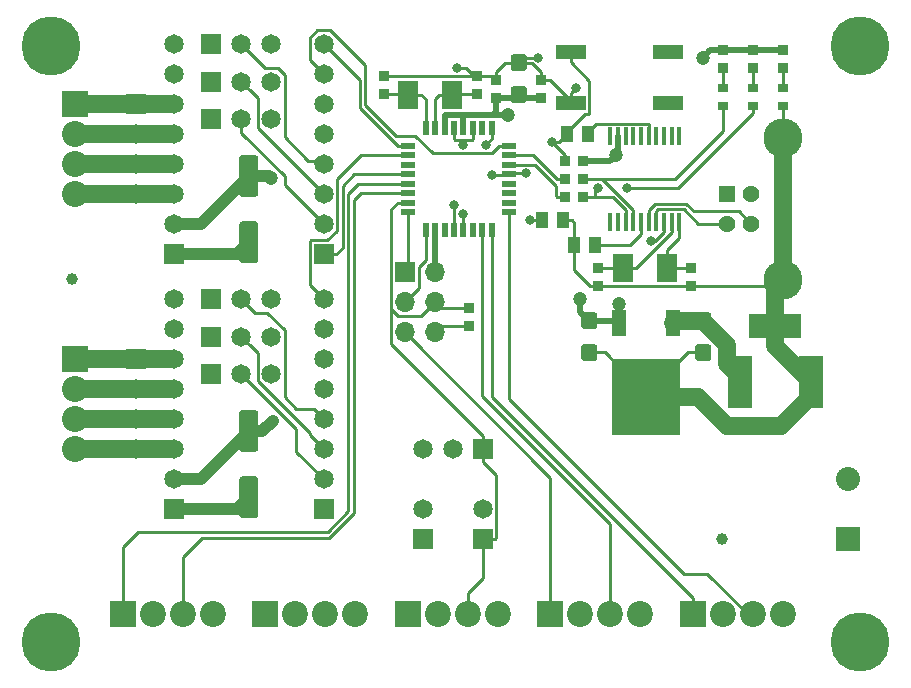
<source format=gbr>
G04 #@! TF.GenerationSoftware,KiCad,Pcbnew,(5.1.2)-2*
G04 #@! TF.CreationDate,2019-08-09T23:12:40-04:00*
G04 #@! TF.ProjectId,Controller,436f6e74-726f-46c6-9c65-722e6b696361,rev?*
G04 #@! TF.SameCoordinates,Original*
G04 #@! TF.FileFunction,Copper,L1,Top*
G04 #@! TF.FilePolarity,Positive*
%FSLAX46Y46*%
G04 Gerber Fmt 4.6, Leading zero omitted, Abs format (unit mm)*
G04 Created by KiCad (PCBNEW (5.1.2)-2) date 2019-08-09 23:12:40*
%MOMM*%
%LPD*%
G04 APERTURE LIST*
%ADD10R,1.016000X1.400000*%
%ADD11R,1.700000X2.400000*%
%ADD12C,0.100000*%
%ADD13C,1.350000*%
%ADD14R,0.900000X0.900000*%
%ADD15C,1.600000*%
%ADD16C,1.651000*%
%ADD17R,1.651000X1.651000*%
%ADD18R,0.889000X0.762000*%
%ADD19R,4.500000X2.000000*%
%ADD20R,2.000000X4.500000*%
%ADD21C,2.200000*%
%ADD22R,2.200000X2.200000*%
%ADD23R,1.700000X1.700000*%
%ADD24O,1.700000X1.700000*%
%ADD25R,2.540000X1.270000*%
%ADD26R,0.889000X0.889000*%
%ADD27R,1.200000X2.200000*%
%ADD28R,5.800000X6.400000*%
%ADD29R,0.398780X1.498600*%
%ADD30R,0.558800X1.270000*%
%ADD31R,1.270000X0.558800*%
%ADD32C,1.000000*%
%ADD33C,3.316000*%
%ADD34C,1.428000*%
%ADD35R,1.428000X1.428000*%
%ADD36C,5.000000*%
%ADD37R,2.032000X2.032000*%
%ADD38C,2.032000*%
%ADD39C,0.800000*%
%ADD40C,1.200000*%
%ADD41C,0.250000*%
%ADD42C,1.500000*%
%ADD43C,1.000000*%
%ADD44C,0.500000*%
G04 APERTURE END LIST*
D10*
X193676000Y-38735000D03*
X191897000Y-38735000D03*
D11*
X196651000Y-50038000D03*
X200351000Y-50038000D03*
D12*
G36*
X203903505Y-56531204D02*
G01*
X203927773Y-56534804D01*
X203951572Y-56540765D01*
X203974671Y-56549030D01*
X203996850Y-56559520D01*
X204017893Y-56572132D01*
X204037599Y-56586747D01*
X204055777Y-56603223D01*
X204072253Y-56621401D01*
X204086868Y-56641107D01*
X204099480Y-56662150D01*
X204109970Y-56684329D01*
X204118235Y-56707428D01*
X204124196Y-56731227D01*
X204127796Y-56755495D01*
X204129000Y-56779999D01*
X204129000Y-57680001D01*
X204127796Y-57704505D01*
X204124196Y-57728773D01*
X204118235Y-57752572D01*
X204109970Y-57775671D01*
X204099480Y-57797850D01*
X204086868Y-57818893D01*
X204072253Y-57838599D01*
X204055777Y-57856777D01*
X204037599Y-57873253D01*
X204017893Y-57887868D01*
X203996850Y-57900480D01*
X203974671Y-57910970D01*
X203951572Y-57919235D01*
X203927773Y-57925196D01*
X203903505Y-57928796D01*
X203879001Y-57930000D01*
X203028999Y-57930000D01*
X203004495Y-57928796D01*
X202980227Y-57925196D01*
X202956428Y-57919235D01*
X202933329Y-57910970D01*
X202911150Y-57900480D01*
X202890107Y-57887868D01*
X202870401Y-57873253D01*
X202852223Y-57856777D01*
X202835747Y-57838599D01*
X202821132Y-57818893D01*
X202808520Y-57797850D01*
X202798030Y-57775671D01*
X202789765Y-57752572D01*
X202783804Y-57728773D01*
X202780204Y-57704505D01*
X202779000Y-57680001D01*
X202779000Y-56779999D01*
X202780204Y-56755495D01*
X202783804Y-56731227D01*
X202789765Y-56707428D01*
X202798030Y-56684329D01*
X202808520Y-56662150D01*
X202821132Y-56641107D01*
X202835747Y-56621401D01*
X202852223Y-56603223D01*
X202870401Y-56586747D01*
X202890107Y-56572132D01*
X202911150Y-56559520D01*
X202933329Y-56549030D01*
X202956428Y-56540765D01*
X202980227Y-56534804D01*
X203004495Y-56531204D01*
X203028999Y-56530000D01*
X203879001Y-56530000D01*
X203903505Y-56531204D01*
X203903505Y-56531204D01*
G37*
D13*
X203454000Y-57230000D03*
D12*
G36*
X203903505Y-53831204D02*
G01*
X203927773Y-53834804D01*
X203951572Y-53840765D01*
X203974671Y-53849030D01*
X203996850Y-53859520D01*
X204017893Y-53872132D01*
X204037599Y-53886747D01*
X204055777Y-53903223D01*
X204072253Y-53921401D01*
X204086868Y-53941107D01*
X204099480Y-53962150D01*
X204109970Y-53984329D01*
X204118235Y-54007428D01*
X204124196Y-54031227D01*
X204127796Y-54055495D01*
X204129000Y-54079999D01*
X204129000Y-54980001D01*
X204127796Y-55004505D01*
X204124196Y-55028773D01*
X204118235Y-55052572D01*
X204109970Y-55075671D01*
X204099480Y-55097850D01*
X204086868Y-55118893D01*
X204072253Y-55138599D01*
X204055777Y-55156777D01*
X204037599Y-55173253D01*
X204017893Y-55187868D01*
X203996850Y-55200480D01*
X203974671Y-55210970D01*
X203951572Y-55219235D01*
X203927773Y-55225196D01*
X203903505Y-55228796D01*
X203879001Y-55230000D01*
X203028999Y-55230000D01*
X203004495Y-55228796D01*
X202980227Y-55225196D01*
X202956428Y-55219235D01*
X202933329Y-55210970D01*
X202911150Y-55200480D01*
X202890107Y-55187868D01*
X202870401Y-55173253D01*
X202852223Y-55156777D01*
X202835747Y-55138599D01*
X202821132Y-55118893D01*
X202808520Y-55097850D01*
X202798030Y-55075671D01*
X202789765Y-55052572D01*
X202783804Y-55028773D01*
X202780204Y-55004505D01*
X202779000Y-54980001D01*
X202779000Y-54079999D01*
X202780204Y-54055495D01*
X202783804Y-54031227D01*
X202789765Y-54007428D01*
X202798030Y-53984329D01*
X202808520Y-53962150D01*
X202821132Y-53941107D01*
X202835747Y-53921401D01*
X202852223Y-53903223D01*
X202870401Y-53886747D01*
X202890107Y-53872132D01*
X202911150Y-53859520D01*
X202933329Y-53849030D01*
X202956428Y-53840765D01*
X202980227Y-53834804D01*
X203004495Y-53831204D01*
X203028999Y-53830000D01*
X203879001Y-53830000D01*
X203903505Y-53831204D01*
X203903505Y-53831204D01*
G37*
D13*
X203454000Y-54530000D03*
D12*
G36*
X194251505Y-53831204D02*
G01*
X194275773Y-53834804D01*
X194299572Y-53840765D01*
X194322671Y-53849030D01*
X194344850Y-53859520D01*
X194365893Y-53872132D01*
X194385599Y-53886747D01*
X194403777Y-53903223D01*
X194420253Y-53921401D01*
X194434868Y-53941107D01*
X194447480Y-53962150D01*
X194457970Y-53984329D01*
X194466235Y-54007428D01*
X194472196Y-54031227D01*
X194475796Y-54055495D01*
X194477000Y-54079999D01*
X194477000Y-54980001D01*
X194475796Y-55004505D01*
X194472196Y-55028773D01*
X194466235Y-55052572D01*
X194457970Y-55075671D01*
X194447480Y-55097850D01*
X194434868Y-55118893D01*
X194420253Y-55138599D01*
X194403777Y-55156777D01*
X194385599Y-55173253D01*
X194365893Y-55187868D01*
X194344850Y-55200480D01*
X194322671Y-55210970D01*
X194299572Y-55219235D01*
X194275773Y-55225196D01*
X194251505Y-55228796D01*
X194227001Y-55230000D01*
X193376999Y-55230000D01*
X193352495Y-55228796D01*
X193328227Y-55225196D01*
X193304428Y-55219235D01*
X193281329Y-55210970D01*
X193259150Y-55200480D01*
X193238107Y-55187868D01*
X193218401Y-55173253D01*
X193200223Y-55156777D01*
X193183747Y-55138599D01*
X193169132Y-55118893D01*
X193156520Y-55097850D01*
X193146030Y-55075671D01*
X193137765Y-55052572D01*
X193131804Y-55028773D01*
X193128204Y-55004505D01*
X193127000Y-54980001D01*
X193127000Y-54079999D01*
X193128204Y-54055495D01*
X193131804Y-54031227D01*
X193137765Y-54007428D01*
X193146030Y-53984329D01*
X193156520Y-53962150D01*
X193169132Y-53941107D01*
X193183747Y-53921401D01*
X193200223Y-53903223D01*
X193218401Y-53886747D01*
X193238107Y-53872132D01*
X193259150Y-53859520D01*
X193281329Y-53849030D01*
X193304428Y-53840765D01*
X193328227Y-53834804D01*
X193352495Y-53831204D01*
X193376999Y-53830000D01*
X194227001Y-53830000D01*
X194251505Y-53831204D01*
X194251505Y-53831204D01*
G37*
D13*
X193802000Y-54530000D03*
D12*
G36*
X194251505Y-56531204D02*
G01*
X194275773Y-56534804D01*
X194299572Y-56540765D01*
X194322671Y-56549030D01*
X194344850Y-56559520D01*
X194365893Y-56572132D01*
X194385599Y-56586747D01*
X194403777Y-56603223D01*
X194420253Y-56621401D01*
X194434868Y-56641107D01*
X194447480Y-56662150D01*
X194457970Y-56684329D01*
X194466235Y-56707428D01*
X194472196Y-56731227D01*
X194475796Y-56755495D01*
X194477000Y-56779999D01*
X194477000Y-57680001D01*
X194475796Y-57704505D01*
X194472196Y-57728773D01*
X194466235Y-57752572D01*
X194457970Y-57775671D01*
X194447480Y-57797850D01*
X194434868Y-57818893D01*
X194420253Y-57838599D01*
X194403777Y-57856777D01*
X194385599Y-57873253D01*
X194365893Y-57887868D01*
X194344850Y-57900480D01*
X194322671Y-57910970D01*
X194299572Y-57919235D01*
X194275773Y-57925196D01*
X194251505Y-57928796D01*
X194227001Y-57930000D01*
X193376999Y-57930000D01*
X193352495Y-57928796D01*
X193328227Y-57925196D01*
X193304428Y-57919235D01*
X193281329Y-57910970D01*
X193259150Y-57900480D01*
X193238107Y-57887868D01*
X193218401Y-57873253D01*
X193200223Y-57856777D01*
X193183747Y-57838599D01*
X193169132Y-57818893D01*
X193156520Y-57797850D01*
X193146030Y-57775671D01*
X193137765Y-57752572D01*
X193131804Y-57728773D01*
X193128204Y-57704505D01*
X193127000Y-57680001D01*
X193127000Y-56779999D01*
X193128204Y-56755495D01*
X193131804Y-56731227D01*
X193137765Y-56707428D01*
X193146030Y-56684329D01*
X193156520Y-56662150D01*
X193169132Y-56641107D01*
X193183747Y-56621401D01*
X193200223Y-56603223D01*
X193218401Y-56586747D01*
X193238107Y-56572132D01*
X193259150Y-56559520D01*
X193281329Y-56549030D01*
X193304428Y-56540765D01*
X193328227Y-56534804D01*
X193352495Y-56531204D01*
X193376999Y-56530000D01*
X194227001Y-56530000D01*
X194251505Y-56531204D01*
X194251505Y-56531204D01*
G37*
D13*
X193802000Y-57230000D03*
D14*
X194564000Y-51562000D03*
X194564000Y-50038000D03*
D10*
X194310000Y-48133000D03*
X192531000Y-48133000D03*
D14*
X202438000Y-50038000D03*
X202438000Y-51562000D03*
X185928000Y-34163000D03*
X185928000Y-35687000D03*
X184277000Y-35306000D03*
X184277000Y-33782000D03*
X176403000Y-35306000D03*
X176403000Y-33782000D03*
D12*
G36*
X188282505Y-34687204D02*
G01*
X188306773Y-34690804D01*
X188330572Y-34696765D01*
X188353671Y-34705030D01*
X188375850Y-34715520D01*
X188396893Y-34728132D01*
X188416599Y-34742747D01*
X188434777Y-34759223D01*
X188451253Y-34777401D01*
X188465868Y-34797107D01*
X188478480Y-34818150D01*
X188488970Y-34840329D01*
X188497235Y-34863428D01*
X188503196Y-34887227D01*
X188506796Y-34911495D01*
X188508000Y-34935999D01*
X188508000Y-35836001D01*
X188506796Y-35860505D01*
X188503196Y-35884773D01*
X188497235Y-35908572D01*
X188488970Y-35931671D01*
X188478480Y-35953850D01*
X188465868Y-35974893D01*
X188451253Y-35994599D01*
X188434777Y-36012777D01*
X188416599Y-36029253D01*
X188396893Y-36043868D01*
X188375850Y-36056480D01*
X188353671Y-36066970D01*
X188330572Y-36075235D01*
X188306773Y-36081196D01*
X188282505Y-36084796D01*
X188258001Y-36086000D01*
X187407999Y-36086000D01*
X187383495Y-36084796D01*
X187359227Y-36081196D01*
X187335428Y-36075235D01*
X187312329Y-36066970D01*
X187290150Y-36056480D01*
X187269107Y-36043868D01*
X187249401Y-36029253D01*
X187231223Y-36012777D01*
X187214747Y-35994599D01*
X187200132Y-35974893D01*
X187187520Y-35953850D01*
X187177030Y-35931671D01*
X187168765Y-35908572D01*
X187162804Y-35884773D01*
X187159204Y-35860505D01*
X187158000Y-35836001D01*
X187158000Y-34935999D01*
X187159204Y-34911495D01*
X187162804Y-34887227D01*
X187168765Y-34863428D01*
X187177030Y-34840329D01*
X187187520Y-34818150D01*
X187200132Y-34797107D01*
X187214747Y-34777401D01*
X187231223Y-34759223D01*
X187249401Y-34742747D01*
X187269107Y-34728132D01*
X187290150Y-34715520D01*
X187312329Y-34705030D01*
X187335428Y-34696765D01*
X187359227Y-34690804D01*
X187383495Y-34687204D01*
X187407999Y-34686000D01*
X188258001Y-34686000D01*
X188282505Y-34687204D01*
X188282505Y-34687204D01*
G37*
D13*
X187833000Y-35386000D03*
D12*
G36*
X188282505Y-31987204D02*
G01*
X188306773Y-31990804D01*
X188330572Y-31996765D01*
X188353671Y-32005030D01*
X188375850Y-32015520D01*
X188396893Y-32028132D01*
X188416599Y-32042747D01*
X188434777Y-32059223D01*
X188451253Y-32077401D01*
X188465868Y-32097107D01*
X188478480Y-32118150D01*
X188488970Y-32140329D01*
X188497235Y-32163428D01*
X188503196Y-32187227D01*
X188506796Y-32211495D01*
X188508000Y-32235999D01*
X188508000Y-33136001D01*
X188506796Y-33160505D01*
X188503196Y-33184773D01*
X188497235Y-33208572D01*
X188488970Y-33231671D01*
X188478480Y-33253850D01*
X188465868Y-33274893D01*
X188451253Y-33294599D01*
X188434777Y-33312777D01*
X188416599Y-33329253D01*
X188396893Y-33343868D01*
X188375850Y-33356480D01*
X188353671Y-33366970D01*
X188330572Y-33375235D01*
X188306773Y-33381196D01*
X188282505Y-33384796D01*
X188258001Y-33386000D01*
X187407999Y-33386000D01*
X187383495Y-33384796D01*
X187359227Y-33381196D01*
X187335428Y-33375235D01*
X187312329Y-33366970D01*
X187290150Y-33356480D01*
X187269107Y-33343868D01*
X187249401Y-33329253D01*
X187231223Y-33312777D01*
X187214747Y-33294599D01*
X187200132Y-33274893D01*
X187187520Y-33253850D01*
X187177030Y-33231671D01*
X187168765Y-33208572D01*
X187162804Y-33184773D01*
X187159204Y-33160505D01*
X187158000Y-33136001D01*
X187158000Y-32235999D01*
X187159204Y-32211495D01*
X187162804Y-32187227D01*
X187168765Y-32163428D01*
X187177030Y-32140329D01*
X187187520Y-32118150D01*
X187200132Y-32097107D01*
X187214747Y-32077401D01*
X187231223Y-32059223D01*
X187249401Y-32042747D01*
X187269107Y-32028132D01*
X187290150Y-32015520D01*
X187312329Y-32005030D01*
X187335428Y-31996765D01*
X187359227Y-31990804D01*
X187383495Y-31987204D01*
X187407999Y-31986000D01*
X188258001Y-31986000D01*
X188282505Y-31987204D01*
X188282505Y-31987204D01*
G37*
D13*
X187833000Y-32686000D03*
D10*
X189801500Y-46037500D03*
X191580500Y-46037500D03*
D14*
X189738000Y-35687000D03*
X189738000Y-34163000D03*
D12*
G36*
X165547504Y-40536204D02*
G01*
X165571773Y-40539804D01*
X165595571Y-40545765D01*
X165618671Y-40554030D01*
X165640849Y-40564520D01*
X165661893Y-40577133D01*
X165681598Y-40591747D01*
X165699777Y-40608223D01*
X165716253Y-40626402D01*
X165730867Y-40646107D01*
X165743480Y-40667151D01*
X165753970Y-40689329D01*
X165762235Y-40712429D01*
X165768196Y-40736227D01*
X165771796Y-40760496D01*
X165773000Y-40785000D01*
X165773000Y-43785000D01*
X165771796Y-43809504D01*
X165768196Y-43833773D01*
X165762235Y-43857571D01*
X165753970Y-43880671D01*
X165743480Y-43902849D01*
X165730867Y-43923893D01*
X165716253Y-43943598D01*
X165699777Y-43961777D01*
X165681598Y-43978253D01*
X165661893Y-43992867D01*
X165640849Y-44005480D01*
X165618671Y-44015970D01*
X165595571Y-44024235D01*
X165571773Y-44030196D01*
X165547504Y-44033796D01*
X165523000Y-44035000D01*
X164423000Y-44035000D01*
X164398496Y-44033796D01*
X164374227Y-44030196D01*
X164350429Y-44024235D01*
X164327329Y-44015970D01*
X164305151Y-44005480D01*
X164284107Y-43992867D01*
X164264402Y-43978253D01*
X164246223Y-43961777D01*
X164229747Y-43943598D01*
X164215133Y-43923893D01*
X164202520Y-43902849D01*
X164192030Y-43880671D01*
X164183765Y-43857571D01*
X164177804Y-43833773D01*
X164174204Y-43809504D01*
X164173000Y-43785000D01*
X164173000Y-40785000D01*
X164174204Y-40760496D01*
X164177804Y-40736227D01*
X164183765Y-40712429D01*
X164192030Y-40689329D01*
X164202520Y-40667151D01*
X164215133Y-40646107D01*
X164229747Y-40626402D01*
X164246223Y-40608223D01*
X164264402Y-40591747D01*
X164284107Y-40577133D01*
X164305151Y-40564520D01*
X164327329Y-40554030D01*
X164350429Y-40545765D01*
X164374227Y-40539804D01*
X164398496Y-40536204D01*
X164423000Y-40535000D01*
X165523000Y-40535000D01*
X165547504Y-40536204D01*
X165547504Y-40536204D01*
G37*
D15*
X164973000Y-42285000D03*
D12*
G36*
X165547504Y-46136204D02*
G01*
X165571773Y-46139804D01*
X165595571Y-46145765D01*
X165618671Y-46154030D01*
X165640849Y-46164520D01*
X165661893Y-46177133D01*
X165681598Y-46191747D01*
X165699777Y-46208223D01*
X165716253Y-46226402D01*
X165730867Y-46246107D01*
X165743480Y-46267151D01*
X165753970Y-46289329D01*
X165762235Y-46312429D01*
X165768196Y-46336227D01*
X165771796Y-46360496D01*
X165773000Y-46385000D01*
X165773000Y-49385000D01*
X165771796Y-49409504D01*
X165768196Y-49433773D01*
X165762235Y-49457571D01*
X165753970Y-49480671D01*
X165743480Y-49502849D01*
X165730867Y-49523893D01*
X165716253Y-49543598D01*
X165699777Y-49561777D01*
X165681598Y-49578253D01*
X165661893Y-49592867D01*
X165640849Y-49605480D01*
X165618671Y-49615970D01*
X165595571Y-49624235D01*
X165571773Y-49630196D01*
X165547504Y-49633796D01*
X165523000Y-49635000D01*
X164423000Y-49635000D01*
X164398496Y-49633796D01*
X164374227Y-49630196D01*
X164350429Y-49624235D01*
X164327329Y-49615970D01*
X164305151Y-49605480D01*
X164284107Y-49592867D01*
X164264402Y-49578253D01*
X164246223Y-49561777D01*
X164229747Y-49543598D01*
X164215133Y-49523893D01*
X164202520Y-49502849D01*
X164192030Y-49480671D01*
X164183765Y-49457571D01*
X164177804Y-49433773D01*
X164174204Y-49409504D01*
X164173000Y-49385000D01*
X164173000Y-46385000D01*
X164174204Y-46360496D01*
X164177804Y-46336227D01*
X164183765Y-46312429D01*
X164192030Y-46289329D01*
X164202520Y-46267151D01*
X164215133Y-46246107D01*
X164229747Y-46226402D01*
X164246223Y-46208223D01*
X164264402Y-46191747D01*
X164284107Y-46177133D01*
X164305151Y-46164520D01*
X164327329Y-46154030D01*
X164350429Y-46145765D01*
X164374227Y-46139804D01*
X164398496Y-46136204D01*
X164423000Y-46135000D01*
X165523000Y-46135000D01*
X165547504Y-46136204D01*
X165547504Y-46136204D01*
G37*
D15*
X164973000Y-47885000D03*
D12*
G36*
X165547504Y-67726204D02*
G01*
X165571773Y-67729804D01*
X165595571Y-67735765D01*
X165618671Y-67744030D01*
X165640849Y-67754520D01*
X165661893Y-67767133D01*
X165681598Y-67781747D01*
X165699777Y-67798223D01*
X165716253Y-67816402D01*
X165730867Y-67836107D01*
X165743480Y-67857151D01*
X165753970Y-67879329D01*
X165762235Y-67902429D01*
X165768196Y-67926227D01*
X165771796Y-67950496D01*
X165773000Y-67975000D01*
X165773000Y-70975000D01*
X165771796Y-70999504D01*
X165768196Y-71023773D01*
X165762235Y-71047571D01*
X165753970Y-71070671D01*
X165743480Y-71092849D01*
X165730867Y-71113893D01*
X165716253Y-71133598D01*
X165699777Y-71151777D01*
X165681598Y-71168253D01*
X165661893Y-71182867D01*
X165640849Y-71195480D01*
X165618671Y-71205970D01*
X165595571Y-71214235D01*
X165571773Y-71220196D01*
X165547504Y-71223796D01*
X165523000Y-71225000D01*
X164423000Y-71225000D01*
X164398496Y-71223796D01*
X164374227Y-71220196D01*
X164350429Y-71214235D01*
X164327329Y-71205970D01*
X164305151Y-71195480D01*
X164284107Y-71182867D01*
X164264402Y-71168253D01*
X164246223Y-71151777D01*
X164229747Y-71133598D01*
X164215133Y-71113893D01*
X164202520Y-71092849D01*
X164192030Y-71070671D01*
X164183765Y-71047571D01*
X164177804Y-71023773D01*
X164174204Y-70999504D01*
X164173000Y-70975000D01*
X164173000Y-67975000D01*
X164174204Y-67950496D01*
X164177804Y-67926227D01*
X164183765Y-67902429D01*
X164192030Y-67879329D01*
X164202520Y-67857151D01*
X164215133Y-67836107D01*
X164229747Y-67816402D01*
X164246223Y-67798223D01*
X164264402Y-67781747D01*
X164284107Y-67767133D01*
X164305151Y-67754520D01*
X164327329Y-67744030D01*
X164350429Y-67735765D01*
X164374227Y-67729804D01*
X164398496Y-67726204D01*
X164423000Y-67725000D01*
X165523000Y-67725000D01*
X165547504Y-67726204D01*
X165547504Y-67726204D01*
G37*
D15*
X164973000Y-69475000D03*
D12*
G36*
X165547504Y-62126204D02*
G01*
X165571773Y-62129804D01*
X165595571Y-62135765D01*
X165618671Y-62144030D01*
X165640849Y-62154520D01*
X165661893Y-62167133D01*
X165681598Y-62181747D01*
X165699777Y-62198223D01*
X165716253Y-62216402D01*
X165730867Y-62236107D01*
X165743480Y-62257151D01*
X165753970Y-62279329D01*
X165762235Y-62302429D01*
X165768196Y-62326227D01*
X165771796Y-62350496D01*
X165773000Y-62375000D01*
X165773000Y-65375000D01*
X165771796Y-65399504D01*
X165768196Y-65423773D01*
X165762235Y-65447571D01*
X165753970Y-65470671D01*
X165743480Y-65492849D01*
X165730867Y-65513893D01*
X165716253Y-65533598D01*
X165699777Y-65551777D01*
X165681598Y-65568253D01*
X165661893Y-65582867D01*
X165640849Y-65595480D01*
X165618671Y-65605970D01*
X165595571Y-65614235D01*
X165571773Y-65620196D01*
X165547504Y-65623796D01*
X165523000Y-65625000D01*
X164423000Y-65625000D01*
X164398496Y-65623796D01*
X164374227Y-65620196D01*
X164350429Y-65614235D01*
X164327329Y-65605970D01*
X164305151Y-65595480D01*
X164284107Y-65582867D01*
X164264402Y-65568253D01*
X164246223Y-65551777D01*
X164229747Y-65533598D01*
X164215133Y-65513893D01*
X164202520Y-65492849D01*
X164192030Y-65470671D01*
X164183765Y-65447571D01*
X164177804Y-65423773D01*
X164174204Y-65399504D01*
X164173000Y-65375000D01*
X164173000Y-62375000D01*
X164174204Y-62350496D01*
X164177804Y-62326227D01*
X164183765Y-62302429D01*
X164192030Y-62279329D01*
X164202520Y-62257151D01*
X164215133Y-62236107D01*
X164229747Y-62216402D01*
X164246223Y-62198223D01*
X164264402Y-62181747D01*
X164284107Y-62167133D01*
X164305151Y-62154520D01*
X164327329Y-62144030D01*
X164350429Y-62135765D01*
X164374227Y-62129804D01*
X164398496Y-62126204D01*
X164423000Y-62125000D01*
X165523000Y-62125000D01*
X165547504Y-62126204D01*
X165547504Y-62126204D01*
G37*
D15*
X164973000Y-63875000D03*
D16*
X179705000Y-65405000D03*
X182245000Y-65405000D03*
D17*
X184785000Y-65405000D03*
X161798000Y-37465000D03*
D16*
X164338000Y-37465000D03*
X166878000Y-37465000D03*
D17*
X161798000Y-34290000D03*
D16*
X164338000Y-34290000D03*
X166878000Y-34290000D03*
X166878000Y-31115000D03*
X164338000Y-31115000D03*
D17*
X161798000Y-31115000D03*
D16*
X171323000Y-31115000D03*
X171323000Y-33655000D03*
X171323000Y-36195000D03*
X171323000Y-38735000D03*
X171323000Y-41275000D03*
X171323000Y-43815000D03*
X171323000Y-46355000D03*
D17*
X171323000Y-48895000D03*
D16*
X158623000Y-31115000D03*
X158623000Y-33655000D03*
X158623000Y-36195000D03*
X158623000Y-38735000D03*
X158623000Y-41275000D03*
X158623000Y-43815000D03*
X158623000Y-46355000D03*
D17*
X158623000Y-48895000D03*
D16*
X166878000Y-59055000D03*
X164338000Y-59055000D03*
D17*
X161798000Y-59055000D03*
D16*
X166878000Y-55880000D03*
X164338000Y-55880000D03*
D17*
X161798000Y-55880000D03*
X161798000Y-52705000D03*
D16*
X164338000Y-52705000D03*
X166878000Y-52705000D03*
D17*
X171323000Y-70485000D03*
D16*
X171323000Y-67945000D03*
X171323000Y-65405000D03*
X171323000Y-62865000D03*
X171323000Y-60325000D03*
X171323000Y-57785000D03*
X171323000Y-55245000D03*
X171323000Y-52705000D03*
D17*
X158623000Y-70485000D03*
D16*
X158623000Y-67945000D03*
X158623000Y-65405000D03*
X158623000Y-62865000D03*
X158623000Y-60325000D03*
X158623000Y-57785000D03*
X158623000Y-55245000D03*
X158623000Y-52705000D03*
D18*
X207645000Y-34798000D03*
X207645000Y-36322000D03*
X205105000Y-36322000D03*
X205105000Y-34798000D03*
D19*
X209550000Y-54990000D03*
D20*
X206550000Y-59690000D03*
X212550000Y-59690000D03*
D21*
X186055000Y-79375000D03*
X183515000Y-79375000D03*
X180975000Y-79375000D03*
D22*
X178435000Y-79375000D03*
X190500000Y-79375000D03*
D21*
X193040000Y-79375000D03*
X195580000Y-79375000D03*
X198120000Y-79375000D03*
D17*
X179705000Y-73025000D03*
D16*
X179705000Y-70485000D03*
X184785000Y-70485000D03*
D17*
X184785000Y-73025000D03*
D21*
X210185000Y-79375000D03*
X207645000Y-79375000D03*
X205105000Y-79375000D03*
D22*
X202565000Y-79375000D03*
X154305000Y-79375000D03*
D21*
X156845000Y-79375000D03*
X159385000Y-79375000D03*
X161925000Y-79375000D03*
X173990000Y-79375000D03*
X171450000Y-79375000D03*
X168910000Y-79375000D03*
D22*
X166370000Y-79375000D03*
D23*
X178181000Y-50419000D03*
D24*
X180721000Y-50419000D03*
X178181000Y-52959000D03*
X180721000Y-52959000D03*
X178181000Y-55499000D03*
X180721000Y-55499000D03*
D22*
X150241000Y-36195000D03*
D21*
X150241000Y-38735000D03*
X150241000Y-41275000D03*
X150241000Y-43815000D03*
D17*
X155448000Y-36195000D03*
D16*
X155448000Y-38735000D03*
X155448000Y-41275000D03*
X155448000Y-43815000D03*
D22*
X150241000Y-57785000D03*
D21*
X150241000Y-60325000D03*
X150241000Y-62865000D03*
X150241000Y-65405000D03*
D16*
X155448000Y-65405000D03*
X155448000Y-62865000D03*
X155448000Y-60325000D03*
D17*
X155448000Y-57785000D03*
D25*
X192214500Y-36068000D03*
X192214500Y-31750000D03*
X200469500Y-31750000D03*
X200469500Y-36068000D03*
D26*
X183642000Y-54991000D03*
X183642000Y-53467000D03*
X193294000Y-41021000D03*
X191770000Y-41021000D03*
X191770000Y-44069000D03*
X193294000Y-44069000D03*
X193294000Y-42545000D03*
X191770000Y-42545000D03*
X207645000Y-31623000D03*
X207645000Y-33147000D03*
X205105000Y-33147000D03*
X205105000Y-31623000D03*
D27*
X200908000Y-54728000D03*
X196348000Y-54728000D03*
D28*
X198628000Y-61028000D03*
D29*
X195577460Y-46169580D03*
X196227700Y-46169580D03*
X196877940Y-46169580D03*
X197528180Y-46169580D03*
X198178420Y-46169580D03*
X198823580Y-46169580D03*
X199473820Y-46169580D03*
X200124060Y-46169580D03*
X200774300Y-46169580D03*
X201424540Y-46169580D03*
X201424540Y-38920420D03*
X200774300Y-38920420D03*
X200124060Y-38920420D03*
X199473820Y-38920420D03*
X198823580Y-38920420D03*
X198178420Y-38920420D03*
X197528180Y-38920420D03*
X196877940Y-38920420D03*
X196227700Y-38920420D03*
X195577460Y-38920420D03*
D30*
X185552080Y-38252400D03*
X184751980Y-38252400D03*
X183951880Y-38252400D03*
X183151780Y-38252400D03*
X182354220Y-38252400D03*
X181554120Y-38252400D03*
X180754020Y-38252400D03*
X179953920Y-38252400D03*
D31*
X178460400Y-39745920D03*
X178460400Y-40546020D03*
X178460400Y-41346120D03*
X178460400Y-42146220D03*
X178460400Y-42943780D03*
X178460400Y-43743880D03*
X178460400Y-44543980D03*
X178460400Y-45344080D03*
D30*
X179953920Y-46837600D03*
X180754020Y-46837600D03*
X181554120Y-46837600D03*
X182354220Y-46837600D03*
X183151780Y-46837600D03*
X183951880Y-46837600D03*
X184751980Y-46837600D03*
X185552080Y-46837600D03*
D31*
X187045600Y-45344080D03*
X187045600Y-44543980D03*
X187045600Y-43743880D03*
X187045600Y-42943780D03*
X187045600Y-42146220D03*
X187045600Y-41346120D03*
X187045600Y-40546020D03*
X187045600Y-39745920D03*
D11*
X182190000Y-35433000D03*
X178490000Y-35433000D03*
D32*
X150000000Y-51000000D03*
X205000000Y-73000000D03*
D33*
X210196000Y-39045000D03*
X210196000Y-51085000D03*
D34*
X207486000Y-43815000D03*
X207486000Y-46315000D03*
D35*
X205486000Y-43815000D03*
D34*
X205486000Y-46315000D03*
D36*
X216750000Y-31250000D03*
X148250000Y-81750000D03*
X148250000Y-31250000D03*
X216750000Y-81750000D03*
D18*
X210185000Y-36322000D03*
X210185000Y-34798000D03*
D26*
X210185000Y-33147000D03*
X210185000Y-31623000D03*
D37*
X215723000Y-72985000D03*
D38*
X215723000Y-67985000D03*
D39*
X199009000Y-47752000D03*
X183134000Y-45466000D03*
X183134000Y-39624000D03*
X192659000Y-34798000D03*
X189484000Y-32258000D03*
X182626000Y-33147000D03*
X167000000Y-63000000D03*
D40*
X166846703Y-42449298D03*
X196088000Y-40513000D03*
X203454000Y-32258000D03*
X186955998Y-37084000D03*
X193040000Y-52705000D03*
X196342000Y-53086000D03*
D39*
X188785500Y-46037500D03*
X182372000Y-44767500D03*
X190627000Y-39370000D03*
X188468000Y-42071120D03*
X185547000Y-42164000D03*
X185039000Y-39624000D03*
X194564000Y-43307000D03*
X196977000Y-43307000D03*
D41*
X202126000Y-57230000D02*
X198628000Y-60728000D01*
X203454000Y-57230000D02*
X202126000Y-57230000D01*
X198628000Y-60728000D02*
X198628000Y-61028000D01*
X193802000Y-57230000D02*
X195130000Y-57230000D01*
X195130000Y-57230000D02*
X198628000Y-60728000D01*
D42*
X212550000Y-60940000D02*
X212550000Y-59690000D01*
X210050000Y-63440000D02*
X212550000Y-60940000D01*
X205440000Y-63440000D02*
X210050000Y-63440000D01*
X203028000Y-61028000D02*
X205440000Y-63440000D01*
X198628000Y-61028000D02*
X203028000Y-61028000D01*
X209550000Y-56690000D02*
X212550000Y-59690000D01*
X209550000Y-54990000D02*
X209550000Y-56690000D01*
X209550000Y-51731000D02*
X210196000Y-51085000D01*
X209550000Y-54990000D02*
X209550000Y-51731000D01*
X210196000Y-51085000D02*
X210196000Y-39045000D01*
D41*
X201738000Y-51562000D02*
X202438000Y-51562000D01*
X201736999Y-51563001D02*
X201738000Y-51562000D01*
X195265001Y-51563001D02*
X201736999Y-51563001D01*
X195264000Y-51562000D02*
X195265001Y-51563001D01*
X194564000Y-51562000D02*
X195264000Y-51562000D01*
X209719000Y-51562000D02*
X210196000Y-51085000D01*
X202438000Y-51562000D02*
X209719000Y-51562000D01*
X199400590Y-47752000D02*
X199009000Y-47752000D01*
X200124060Y-46169580D02*
X200124060Y-47028530D01*
X200124060Y-47028530D02*
X199400590Y-47752000D01*
X193864000Y-51562000D02*
X194564000Y-51562000D01*
X192531000Y-50229000D02*
X193864000Y-51562000D01*
X192531000Y-48133000D02*
X192531000Y-50229000D01*
X176657000Y-33782000D02*
X184023000Y-33782000D01*
X210196000Y-36964000D02*
X210196000Y-39045000D01*
X210185000Y-36953000D02*
X210196000Y-36964000D01*
X210185000Y-36322000D02*
X210185000Y-36953000D01*
X183134000Y-46819820D02*
X183151780Y-46837600D01*
X183134000Y-45466000D02*
X183134000Y-46819820D01*
X183951880Y-39137400D02*
X183951880Y-38252400D01*
X183876879Y-39212401D02*
X183951880Y-39137400D01*
X182354220Y-39137400D02*
X182429221Y-39212401D01*
X182354220Y-38252400D02*
X182354220Y-39137400D01*
X183134000Y-39308802D02*
X183037599Y-39212401D01*
X183134000Y-39624000D02*
X183134000Y-39308802D01*
X182429221Y-39212401D02*
X183037599Y-39212401D01*
X183037599Y-39212401D02*
X183876879Y-39212401D01*
X187058000Y-32686000D02*
X187833000Y-32686000D01*
X186705000Y-32686000D02*
X187058000Y-32686000D01*
X185928000Y-33463000D02*
X186705000Y-32686000D01*
X185928000Y-34163000D02*
X185928000Y-33463000D01*
X188608000Y-32686000D02*
X187833000Y-32686000D01*
X188961000Y-32686000D02*
X188608000Y-32686000D01*
X189738000Y-33463000D02*
X188961000Y-32686000D01*
X189738000Y-34163000D02*
X189738000Y-33463000D01*
X192214500Y-35939500D02*
X192214500Y-36068000D01*
X190438000Y-34163000D02*
X192214500Y-35939500D01*
X189738000Y-34163000D02*
X190438000Y-34163000D01*
X192531000Y-47183000D02*
X192531000Y-48133000D01*
X192531000Y-46230000D02*
X192531000Y-47183000D01*
X192338500Y-46037500D02*
X192531000Y-46230000D01*
X191580500Y-46037500D02*
X192338500Y-46037500D01*
D43*
X160903000Y-46355000D02*
X164973000Y-42285000D01*
X158623000Y-46355000D02*
X160903000Y-46355000D01*
X160903000Y-67945000D02*
X164973000Y-63875000D01*
X158623000Y-67945000D02*
X160903000Y-67945000D01*
D41*
X192214500Y-36068000D02*
X192214500Y-35242500D01*
X192214500Y-35242500D02*
X192659000Y-34798000D01*
X185547000Y-33782000D02*
X185928000Y-34163000D01*
X184023000Y-33782000D02*
X185547000Y-33782000D01*
X188261000Y-32258000D02*
X187833000Y-32686000D01*
X189484000Y-32258000D02*
X188261000Y-32258000D01*
X183388000Y-33147000D02*
X184023000Y-33782000D01*
X182626000Y-33147000D02*
X183388000Y-33147000D01*
X181229000Y-54991000D02*
X180721000Y-55499000D01*
X183642000Y-54991000D02*
X181229000Y-54991000D01*
D43*
X164973000Y-63875000D02*
X166125000Y-63875000D01*
X166125000Y-63875000D02*
X167000000Y-63000000D01*
X164973000Y-42285000D02*
X166682405Y-42285000D01*
X166682405Y-42285000D02*
X166846703Y-42449298D01*
D41*
X200774300Y-47014700D02*
X200774300Y-46169580D01*
X197751000Y-50038000D02*
X200774300Y-47014700D01*
X196651000Y-50038000D02*
X197751000Y-50038000D01*
X194564000Y-50038000D02*
X196651000Y-50038000D01*
X195068000Y-48133000D02*
X194310000Y-48133000D01*
X197214300Y-48133000D02*
X195068000Y-48133000D01*
X198178420Y-47168880D02*
X197214300Y-48133000D01*
X198178420Y-46169580D02*
X198178420Y-47168880D01*
X201424540Y-47168880D02*
X201424540Y-46169580D01*
X201424540Y-47514460D02*
X201424540Y-47168880D01*
X200351000Y-48588000D02*
X201424540Y-47514460D01*
X200351000Y-50038000D02*
X200351000Y-48588000D01*
X202438000Y-50038000D02*
X200351000Y-50038000D01*
D44*
X196150000Y-54530000D02*
X196348000Y-54728000D01*
X193802000Y-54530000D02*
X196150000Y-54530000D01*
X196227700Y-40373300D02*
X196227700Y-38920420D01*
X196088000Y-40513000D02*
X196227700Y-40373300D01*
X204053999Y-31658001D02*
X204124001Y-31658001D01*
X203454000Y-32258000D02*
X204053999Y-31658001D01*
X204159002Y-31623000D02*
X205105000Y-31623000D01*
X204124001Y-31658001D02*
X204159002Y-31623000D01*
X205105000Y-31623000D02*
X207645000Y-31623000D01*
X207645000Y-31623000D02*
X210185000Y-31623000D01*
X183151780Y-37117400D02*
X183151780Y-38252400D01*
X183185180Y-37084000D02*
X183151780Y-37117400D01*
X181554120Y-37117400D02*
X181554120Y-38252400D01*
X181587520Y-37084000D02*
X181554120Y-37117400D01*
X183185180Y-37084000D02*
X181587520Y-37084000D01*
X185928000Y-36830000D02*
X185928000Y-35687000D01*
X185674000Y-37084000D02*
X185928000Y-36830000D01*
X185674000Y-37084000D02*
X183185180Y-37084000D01*
X186955998Y-37084000D02*
X185674000Y-37084000D01*
X187532000Y-35687000D02*
X187833000Y-35386000D01*
X185928000Y-35687000D02*
X187532000Y-35687000D01*
X188134000Y-35687000D02*
X187833000Y-35386000D01*
X189738000Y-35687000D02*
X188134000Y-35687000D01*
X193802000Y-54530000D02*
X193040000Y-53768000D01*
X193040000Y-53768000D02*
X193040000Y-52705000D01*
X195580000Y-41021000D02*
X196088000Y-40513000D01*
X193294000Y-41021000D02*
X195580000Y-41021000D01*
X196348000Y-54728000D02*
X196348000Y-53092000D01*
X196348000Y-53092000D02*
X196342000Y-53086000D01*
X180721000Y-46870620D02*
X180754020Y-46837600D01*
X180721000Y-50419000D02*
X180721000Y-46870620D01*
D41*
X180754020Y-37367400D02*
X180754020Y-38252400D01*
X180754020Y-35768980D02*
X180754020Y-37367400D01*
X181090000Y-35433000D02*
X180754020Y-35768980D01*
X182190000Y-35433000D02*
X181090000Y-35433000D01*
X182317000Y-35306000D02*
X182190000Y-35433000D01*
X184023000Y-35306000D02*
X182317000Y-35306000D01*
X179953920Y-37367400D02*
X179953920Y-38252400D01*
X179953920Y-35796920D02*
X179953920Y-37367400D01*
X179590000Y-35433000D02*
X179953920Y-35796920D01*
X178490000Y-35433000D02*
X179590000Y-35433000D01*
X178363000Y-35306000D02*
X178490000Y-35433000D01*
X176657000Y-35306000D02*
X178363000Y-35306000D01*
X189801500Y-46037500D02*
X188785500Y-46037500D01*
X182372000Y-46819820D02*
X182354220Y-46837600D01*
X182372000Y-44767500D02*
X182372000Y-46819820D01*
X191770000Y-41021000D02*
X191770000Y-40513000D01*
X191770000Y-40513000D02*
X190627000Y-39370000D01*
X187120700Y-42071120D02*
X187045600Y-42146220D01*
X188468000Y-42071120D02*
X187120700Y-42071120D01*
X191262000Y-39370000D02*
X191897000Y-38735000D01*
X190627000Y-39370000D02*
X191262000Y-39370000D01*
X192214500Y-32635000D02*
X192214500Y-31750000D01*
X191897000Y-38543000D02*
X193411999Y-37028001D01*
X191897000Y-38735000D02*
X191897000Y-38543000D01*
X193411999Y-37028001D02*
X193744501Y-37028001D01*
X193744501Y-37028001D02*
X193809501Y-36963001D01*
X193809501Y-36963001D02*
X193809501Y-34230001D01*
X193809501Y-34230001D02*
X192214500Y-32635000D01*
X187027820Y-42164000D02*
X187045600Y-42146220D01*
X185547000Y-42164000D02*
X187027820Y-42164000D01*
X190500000Y-67818000D02*
X178181000Y-55499000D01*
X190500000Y-79375000D02*
X190500000Y-67818000D01*
D42*
X201106000Y-54530000D02*
X200908000Y-54728000D01*
X203454000Y-54530000D02*
X201106000Y-54530000D01*
X206550000Y-59690000D02*
X206550000Y-59230000D01*
X206550000Y-59230000D02*
X205486000Y-58166000D01*
X205486000Y-56562000D02*
X203454000Y-54530000D01*
X205486000Y-58166000D02*
X205486000Y-56562000D01*
D43*
X163963000Y-70485000D02*
X164973000Y-69475000D01*
X158623000Y-70485000D02*
X163963000Y-70485000D01*
X163963000Y-48895000D02*
X164973000Y-47885000D01*
X158623000Y-48895000D02*
X163963000Y-48895000D01*
D41*
X185860500Y-73025000D02*
X184785000Y-73025000D01*
X185935501Y-72949999D02*
X185860500Y-73025000D01*
X185935501Y-67631001D02*
X185935501Y-72949999D01*
X184785000Y-65405000D02*
X184785000Y-66480500D01*
X184785000Y-66480500D02*
X185935501Y-67631001D01*
X184785000Y-73025000D02*
X184785000Y-76327000D01*
X184785000Y-76327000D02*
X183515000Y-77597000D01*
X183515000Y-77597000D02*
X183515000Y-79375000D01*
X179871001Y-53808999D02*
X180721000Y-52959000D01*
X177575400Y-44543980D02*
X177005999Y-45113381D01*
X178460400Y-44543980D02*
X177575400Y-44543980D01*
X177005999Y-53523001D02*
X177616999Y-54134001D01*
X177005999Y-45113381D02*
X177005999Y-53523001D01*
X177616999Y-54134001D02*
X179545999Y-54134001D01*
X179545999Y-54134001D02*
X179871001Y-53808999D01*
X184785000Y-64329500D02*
X184785000Y-65405000D01*
X177005999Y-53523001D02*
X177005999Y-56550499D01*
X177005999Y-56550499D02*
X184785000Y-64329500D01*
X181229000Y-53467000D02*
X180721000Y-52959000D01*
X183642000Y-53467000D02*
X181229000Y-53467000D01*
X164338000Y-38632433D02*
X168000000Y-42294433D01*
X164338000Y-37465000D02*
X164338000Y-38632433D01*
X168000000Y-43032000D02*
X171323000Y-46355000D01*
X168000000Y-42294433D02*
X168000000Y-43032000D01*
X165163499Y-35115499D02*
X164338000Y-34290000D01*
X165727499Y-35679499D02*
X165163499Y-35115499D01*
X171323000Y-43815000D02*
X165727499Y-38219499D01*
X165727499Y-38219499D02*
X165727499Y-35679499D01*
X170000000Y-41000000D02*
X171048000Y-41000000D01*
X168000000Y-39000000D02*
X170000000Y-41000000D01*
X164338000Y-31115000D02*
X166362499Y-33139499D01*
X171048000Y-41000000D02*
X171323000Y-41275000D01*
X167430241Y-33139499D02*
X168028501Y-33737759D01*
X168028501Y-33737759D02*
X168028501Y-38017241D01*
X166362499Y-33139499D02*
X167430241Y-33139499D01*
X168028501Y-38017241D02*
X168000000Y-38045742D01*
X168000000Y-38045742D02*
X168000000Y-39000000D01*
X177575400Y-39745920D02*
X174371000Y-36541520D01*
X178460400Y-39745920D02*
X177575400Y-39745920D01*
X174371000Y-34163000D02*
X171323000Y-31115000D01*
X174371000Y-36541520D02*
X174371000Y-34163000D01*
X180562883Y-40349001D02*
X185557519Y-40349001D01*
X186160600Y-39745920D02*
X187045600Y-39745920D01*
X177419000Y-38862000D02*
X179075882Y-38862000D01*
X185557519Y-40349001D02*
X186160600Y-39745920D01*
X174821010Y-36264010D02*
X177419000Y-38862000D01*
X170172499Y-32504499D02*
X170172499Y-30562759D01*
X170172499Y-30562759D02*
X170770759Y-29964499D01*
X170770759Y-29964499D02*
X171875241Y-29964499D01*
X171875241Y-29964499D02*
X174821010Y-32910268D01*
X179075882Y-38862000D02*
X180562883Y-40349001D01*
X171323000Y-33655000D02*
X170172499Y-32504499D01*
X174821010Y-32910268D02*
X174821010Y-36264010D01*
X178460400Y-42146220D02*
X173880780Y-42146220D01*
X172398500Y-48895000D02*
X171323000Y-48895000D01*
X172923511Y-48369989D02*
X172398500Y-48895000D01*
X173880780Y-42146220D02*
X172923511Y-43103489D01*
X172923511Y-43103489D02*
X172923511Y-48369989D01*
D42*
X158623000Y-36195000D02*
X155321000Y-36195000D01*
X155321000Y-36195000D02*
X150241000Y-36195000D01*
X150241000Y-38735000D02*
X155321000Y-38735000D01*
X155321000Y-38735000D02*
X158623000Y-38735000D01*
X158623000Y-41275000D02*
X155321000Y-41275000D01*
X155321000Y-41275000D02*
X150241000Y-41275000D01*
X150241000Y-43815000D02*
X155321000Y-43815000D01*
X155321000Y-43815000D02*
X158623000Y-43815000D01*
D41*
X171323000Y-67945000D02*
X169000000Y-65622000D01*
X169000000Y-63717000D02*
X164338000Y-59055000D01*
X169000000Y-65622000D02*
X169000000Y-63717000D01*
X165163499Y-56705499D02*
X164338000Y-55880000D01*
X165727499Y-57269499D02*
X165163499Y-56705499D01*
X165727499Y-59607241D02*
X165727499Y-57269499D01*
X170172499Y-64052241D02*
X165727499Y-59607241D01*
X171323000Y-65405000D02*
X170172499Y-64254499D01*
X170172499Y-64254499D02*
X170172499Y-64052241D01*
X168028501Y-55327759D02*
X168028501Y-59971499D01*
X166556243Y-53855501D02*
X168028501Y-55327759D01*
X164338000Y-52705000D02*
X165488501Y-53855501D01*
X165488501Y-53855501D02*
X166556243Y-53855501D01*
X168028501Y-59971499D02*
X168000000Y-60000000D01*
X168000000Y-60000000D02*
X168000000Y-61000000D01*
X168000000Y-61000000D02*
X169000000Y-62000000D01*
X170458000Y-62000000D02*
X171323000Y-62865000D01*
X169000000Y-62000000D02*
X170458000Y-62000000D01*
X185552080Y-38252400D02*
X185552080Y-39110920D01*
X185552080Y-39110920D02*
X185039000Y-39624000D01*
X177575400Y-40546020D02*
X177542380Y-40513000D01*
X178460400Y-40546020D02*
X177575400Y-40546020D01*
X177542380Y-40513000D02*
X174498000Y-40513000D01*
X170497501Y-51879501D02*
X171323000Y-52705000D01*
X170172499Y-51554499D02*
X170497501Y-51879501D01*
X172473501Y-42537499D02*
X172473501Y-46907241D01*
X172473501Y-46907241D02*
X171636243Y-47744499D01*
X174498000Y-40513000D02*
X172473501Y-42537499D01*
X171636243Y-47744499D02*
X170237499Y-47744499D01*
X170237499Y-47744499D02*
X170172499Y-47809499D01*
X170172499Y-47809499D02*
X170172499Y-51554499D01*
D42*
X158623000Y-65405000D02*
X155321000Y-65405000D01*
X155321000Y-65405000D02*
X150241000Y-65405000D01*
X150241000Y-62865000D02*
X155321000Y-62865000D01*
X155321000Y-62865000D02*
X158623000Y-62865000D01*
X158623000Y-60325000D02*
X155321000Y-60325000D01*
X155321000Y-60325000D02*
X150241000Y-60325000D01*
X150241000Y-57785000D02*
X155321000Y-57785000D01*
X155321000Y-57785000D02*
X158623000Y-57785000D01*
D41*
X207645000Y-34798000D02*
X207645000Y-33147000D01*
X193988500Y-44069000D02*
X193294000Y-44069000D01*
X196877940Y-45170280D02*
X195776660Y-44069000D01*
X196877940Y-46169580D02*
X196877940Y-45170280D01*
X194310000Y-43561000D02*
X194564000Y-43307000D01*
X194310000Y-44069000D02*
X194310000Y-43561000D01*
X194310000Y-44069000D02*
X193988500Y-44069000D01*
X195776660Y-44069000D02*
X194310000Y-44069000D01*
X207645000Y-36953000D02*
X207645000Y-36322000D01*
X201291000Y-43307000D02*
X207645000Y-36953000D01*
X196977000Y-43307000D02*
X201291000Y-43307000D01*
X193988500Y-42545000D02*
X193294000Y-42545000D01*
X194902900Y-42545000D02*
X193988500Y-42545000D01*
X197528180Y-45170280D02*
X194902900Y-42545000D01*
X197528180Y-46169580D02*
X197528180Y-45170280D01*
X193294000Y-42545000D02*
X201041000Y-42545000D01*
X205105000Y-38481000D02*
X205105000Y-36322000D01*
X201041000Y-42545000D02*
X205105000Y-38481000D01*
X205105000Y-33147000D02*
X205105000Y-34798000D01*
X195580000Y-79375000D02*
X195580000Y-71755000D01*
X184751980Y-60926980D02*
X184751980Y-46837600D01*
X195580000Y-71755000D02*
X184751980Y-60926980D01*
X185552080Y-47722600D02*
X185552080Y-46837600D01*
X185552080Y-61012080D02*
X185552080Y-47722600D01*
X202565000Y-79375000D02*
X202565000Y-78025000D01*
X202565000Y-78025000D02*
X185552080Y-61012080D01*
X207214002Y-79375000D02*
X203785002Y-75946000D01*
X207645000Y-79375000D02*
X207214002Y-79375000D01*
X203785002Y-75946000D02*
X201803000Y-75946000D01*
X187045600Y-61188600D02*
X187045600Y-45344080D01*
X201803000Y-75946000D02*
X187045600Y-61188600D01*
X178460400Y-42943780D02*
X174244741Y-42943780D01*
X174244741Y-42943780D02*
X173373521Y-43815000D01*
X173373521Y-70670481D02*
X171654002Y-72390000D01*
X173373521Y-43815000D02*
X173373521Y-70670481D01*
X171654002Y-72390000D02*
X155575000Y-72390000D01*
X154305000Y-73660000D02*
X154305000Y-79375000D01*
X155575000Y-72390000D02*
X154305000Y-73660000D01*
X159385000Y-74549000D02*
X159385000Y-79375000D01*
X178460400Y-43743880D02*
X174442120Y-43743880D01*
X173863000Y-44323000D02*
X173863000Y-70817412D01*
X173863000Y-70817412D02*
X171782412Y-72898000D01*
X174442120Y-43743880D02*
X173863000Y-44323000D01*
X171782412Y-72898000D02*
X161036000Y-72898000D01*
X161036000Y-72898000D02*
X159385000Y-74549000D01*
X178460400Y-50139600D02*
X178181000Y-50419000D01*
X178460400Y-45344080D02*
X178460400Y-50139600D01*
X179030999Y-52109001D02*
X178181000Y-52959000D01*
X179356001Y-51783999D02*
X179030999Y-52109001D01*
X179356001Y-50005999D02*
X179356001Y-51783999D01*
X179953920Y-46837600D02*
X179953920Y-49408080D01*
X179953920Y-49408080D02*
X179356001Y-50005999D01*
X191000499Y-43993999D02*
X191000499Y-43106409D01*
X191770000Y-44069000D02*
X191075500Y-44069000D01*
X191075500Y-44069000D02*
X191000499Y-43993999D01*
X189240210Y-41346120D02*
X187045600Y-41346120D01*
X191000499Y-43106409D02*
X189240210Y-41346120D01*
X187930600Y-40546020D02*
X187045600Y-40546020D01*
X189076520Y-40546020D02*
X187930600Y-40546020D01*
X191075500Y-42545000D02*
X189076520Y-40546020D01*
X191770000Y-42545000D02*
X191075500Y-42545000D01*
X210185000Y-33147000D02*
X210185000Y-34798000D01*
X198823580Y-37921120D02*
X198823580Y-38920420D01*
X198748579Y-37846119D02*
X198823580Y-37921120D01*
X194372881Y-37846119D02*
X198748579Y-37846119D01*
X193676000Y-38735000D02*
X193676000Y-38543000D01*
X193676000Y-38543000D02*
X194372881Y-37846119D01*
X198823580Y-45170280D02*
X198823580Y-46169580D01*
X199348591Y-44645269D02*
X198823580Y-45170280D01*
X201999679Y-44645269D02*
X199348591Y-44645269D01*
X202630409Y-45275999D02*
X201999679Y-44645269D01*
X206446999Y-45275999D02*
X202630409Y-45275999D01*
X207486000Y-46315000D02*
X206446999Y-45275999D01*
X199664669Y-45095279D02*
X201813279Y-45095279D01*
X199473820Y-46169580D02*
X199473820Y-45286128D01*
X199473820Y-45286128D02*
X199664669Y-45095279D01*
X203033000Y-46315000D02*
X205486000Y-46315000D01*
X201813279Y-45095279D02*
X203033000Y-46315000D01*
M02*

</source>
